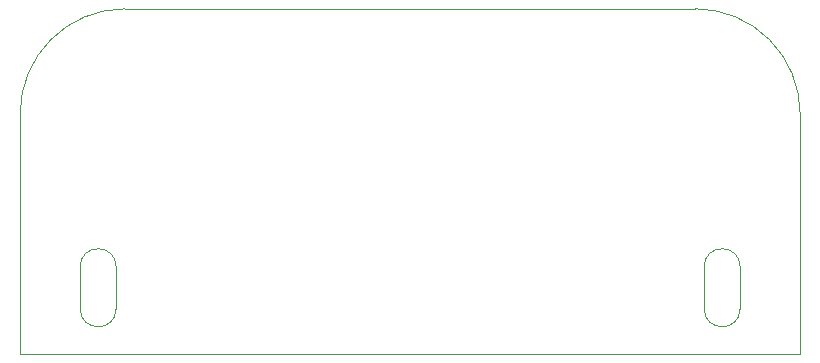
<source format=gm1>
G04 #@! TF.GenerationSoftware,KiCad,Pcbnew,(6.0.4)*
G04 #@! TF.CreationDate,2022-12-30T23:51:46-05:00*
G04 #@! TF.ProjectId,SCART TV side breakout,53434152-5420-4545-9620-736964652062,rev?*
G04 #@! TF.SameCoordinates,Original*
G04 #@! TF.FileFunction,Profile,NP*
%FSLAX46Y46*%
G04 Gerber Fmt 4.6, Leading zero omitted, Abs format (unit mm)*
G04 Created by KiCad (PCBNEW (6.0.4)) date 2022-12-30 23:51:46*
%MOMM*%
%LPD*%
G01*
G04 APERTURE LIST*
G04 #@! TA.AperFunction,Profile*
%ADD10C,0.100000*%
G04 #@! TD*
G04 #@! TA.AperFunction,Profile*
%ADD11C,0.120000*%
G04 #@! TD*
G04 APERTURE END LIST*
D10*
X128270000Y-187960000D02*
X160655000Y-187960000D01*
X160655000Y-180975000D02*
X160655000Y-167640000D01*
X103505000Y-158750000D02*
X151765000Y-158750000D01*
X94615000Y-187960000D02*
X128270000Y-187960000D01*
X160655000Y-187960000D02*
X160655000Y-180975000D01*
X94615000Y-180975000D02*
X94615000Y-167640000D01*
X160655000Y-167640000D02*
G75*
G03*
X151765000Y-158750000I-8890000J0D01*
G01*
X94615000Y-187960000D02*
X94615000Y-180975000D01*
X103505000Y-158750000D02*
G75*
G03*
X94615000Y-167640000I0J-8890000D01*
G01*
D11*
X102743000Y-180594000D02*
X102743000Y-184150000D01*
X99695000Y-180594000D02*
X99695000Y-184150000D01*
X155575000Y-180594000D02*
X155575000Y-184150000D01*
X152527000Y-184150000D02*
X152527000Y-180594000D01*
X99695000Y-184150000D02*
G75*
G03*
X102743000Y-184150000I1524000J0D01*
G01*
X152527000Y-184150000D02*
G75*
G03*
X155575000Y-184150000I1524000J0D01*
G01*
X102743000Y-180594000D02*
G75*
G03*
X99695000Y-180594000I-1524000J0D01*
G01*
X155575000Y-180594000D02*
G75*
G03*
X152527000Y-180594000I-1524000J0D01*
G01*
M02*

</source>
